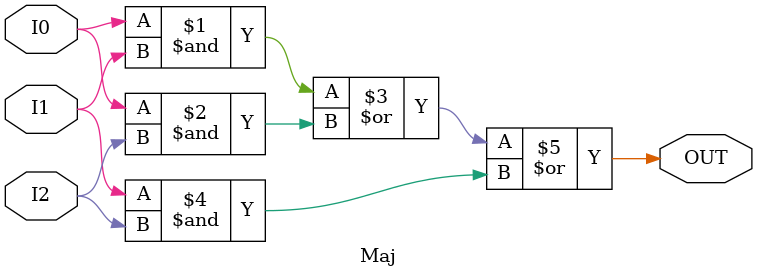
<source format=v>
module Maj(OUT, I0, I1, I2);
  parameter WID = 1;
  input [WID-1:0] I0, I1, I2;
  output [WID-1:0] OUT;

  assign OUT = I0 & I1 | I0 & I2 | I1 & I2 ;
endmodule

</source>
